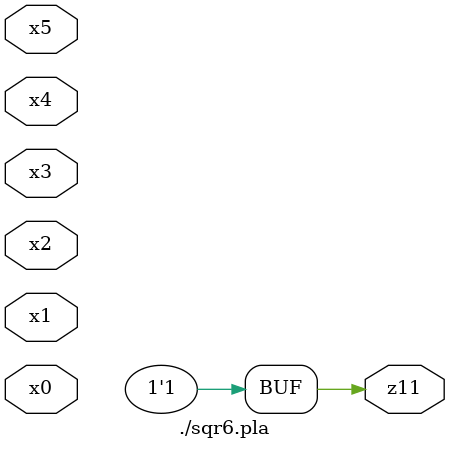
<source format=v>

module \./sqr6.pla  ( 
    x0, x1, x2, x3, x4, x5,
    z11  );
  input  x0, x1, x2, x3, x4, x5;
  output z11;
  assign z11 = 1'b1;
endmodule



</source>
